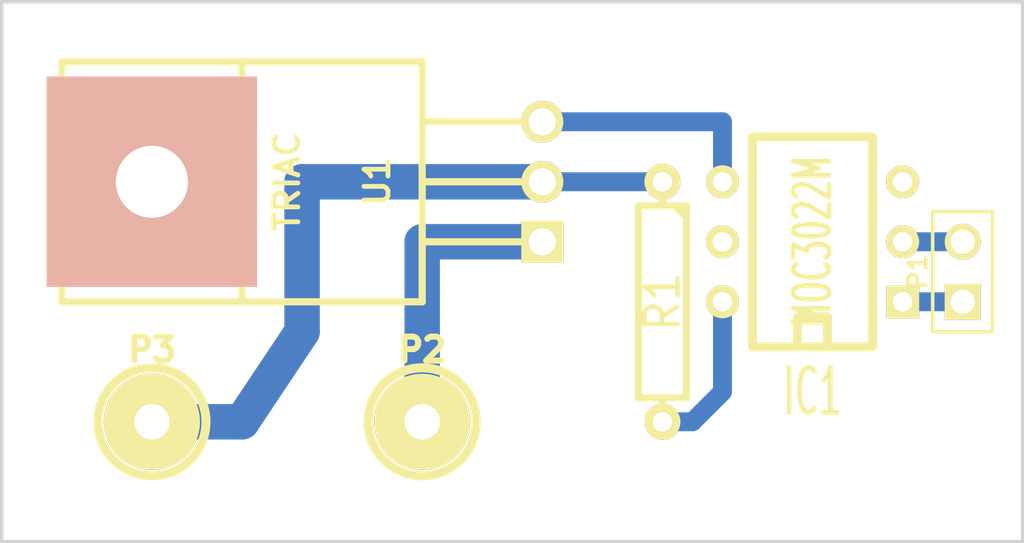
<source format=kicad_pcb>
(kicad_pcb (version 3) (host pcbnew "(2013-mar-13)-testing")

  (general
    (links 7)
    (no_connects 0)
    (area 136.96982 91.364999 180.415001 114.375001)
    (thickness 1.6)
    (drawings 4)
    (tracks 15)
    (zones 0)
    (modules 6)
    (nets 7)
  )

  (page A3)
  (layers
    (15 F.Cu signal)
    (0 B.Cu signal)
    (17 F.Adhes user)
    (19 F.Paste user)
    (21 F.SilkS user)
    (23 F.Mask user)
    (28 Edge.Cuts user)
  )

  (setup
    (last_trace_width 0.254)
    (trace_clearance 0.254)
    (zone_clearance 0.508)
    (zone_45_only no)
    (trace_min 0.254)
    (segment_width 0.2)
    (edge_width 0.15)
    (via_size 0.889)
    (via_drill 0.635)
    (via_min_size 0.889)
    (via_min_drill 0.508)
    (uvia_size 0.508)
    (uvia_drill 0.127)
    (uvias_allowed no)
    (uvia_min_size 0.508)
    (uvia_min_drill 0.127)
    (pcb_text_width 0.3)
    (pcb_text_size 1 1)
    (mod_edge_width 0.15)
    (mod_text_size 1 1)
    (mod_text_width 0.15)
    (pad_size 1.778 1.778)
    (pad_drill 1.143)
    (pad_to_mask_clearance 0)
    (aux_axis_origin 0 0)
    (visible_elements 7FFFFFFF)
    (pcbplotparams
      (layerselection 3178497)
      (usegerberextensions true)
      (excludeedgelayer true)
      (linewidth 0.150000)
      (plotframeref false)
      (viasonmask false)
      (mode 1)
      (useauxorigin false)
      (hpglpennumber 1)
      (hpglpenspeed 20)
      (hpglpendiameter 15)
      (hpglpenoverlay 2)
      (psnegative false)
      (psa4output false)
      (plotreference true)
      (plotvalue true)
      (plotothertext true)
      (plotinvisibletext false)
      (padsonsilk false)
      (subtractmaskfromsilk false)
      (outputformat 1)
      (mirror false)
      (drillshape 1)
      (scaleselection 1)
      (outputdirectory ""))
  )

  (net 0 "")
  (net 1 N-000001)
  (net 2 N-000002)
  (net 3 N-000003)
  (net 4 N-000004)
  (net 5 N-000005)
  (net 6 N-000006)

  (net_class Default "Ceci est la Netclass par défaut"
    (clearance 0.254)
    (trace_width 0.254)
    (via_dia 0.889)
    (via_drill 0.635)
    (uvia_dia 0.508)
    (uvia_drill 0.127)
    (add_net "")
  )

  (net_class 220 ""
    (clearance 0.254)
    (trace_width 1.5)
    (via_dia 0.889)
    (via_drill 0.635)
    (uvia_dia 0.508)
    (uvia_drill 0.127)
    (add_net N-000003)
    (add_net N-000004)
  )

  (net_class cmd ""
    (clearance 0.254)
    (trace_width 0.8)
    (via_dia 0.889)
    (via_drill 0.635)
    (uvia_dia 0.508)
    (uvia_drill 0.127)
    (add_net N-000001)
    (add_net N-000002)
    (add_net N-000005)
    (add_net N-000006)
  )

  (module 1pin   placed (layer F.Cu) (tedit 519946FA) (tstamp 51993F7A)
    (at 154.94 109.22)
    (descr "module 1 pin (ou trou mecanique de percage)")
    (tags DEV)
    (path /51992D72)
    (fp_text reference P2 (at 0 -3.048) (layer F.SilkS)
      (effects (font (size 1.016 1.016) (thickness 0.254)))
    )
    (fp_text value CONN_1 (at 0 2.794) (layer F.SilkS) hide
      (effects (font (size 1.016 1.016) (thickness 0.254)))
    )
    (fp_circle (center 0 0) (end 0 -2.286) (layer F.SilkS) (width 0.381))
    (pad 1 thru_hole circle (at 0 0) (size 4.064 4.064) (drill 1.5)
      (layers *.Cu *.Mask F.SilkS)
      (net 3 N-000003)
    )
  )

  (module R4   placed (layer F.Cu) (tedit 200000) (tstamp 51993F92)
    (at 165.1 104.14 270)
    (descr "Resitance 4 pas")
    (tags R)
    (path /51992C75)
    (autoplace_cost180 10)
    (fp_text reference R1 (at 0 0 270) (layer F.SilkS)
      (effects (font (size 1.397 1.27) (thickness 0.2032)))
    )
    (fp_text value 470 (at 0 0 270) (layer F.SilkS) hide
      (effects (font (size 1.397 1.27) (thickness 0.2032)))
    )
    (fp_line (start -5.08 0) (end -4.064 0) (layer F.SilkS) (width 0.3048))
    (fp_line (start -4.064 0) (end -4.064 -1.016) (layer F.SilkS) (width 0.3048))
    (fp_line (start -4.064 -1.016) (end 4.064 -1.016) (layer F.SilkS) (width 0.3048))
    (fp_line (start 4.064 -1.016) (end 4.064 1.016) (layer F.SilkS) (width 0.3048))
    (fp_line (start 4.064 1.016) (end -4.064 1.016) (layer F.SilkS) (width 0.3048))
    (fp_line (start -4.064 1.016) (end -4.064 0) (layer F.SilkS) (width 0.3048))
    (fp_line (start -4.064 -0.508) (end -3.556 -1.016) (layer F.SilkS) (width 0.3048))
    (fp_line (start 5.08 0) (end 4.064 0) (layer F.SilkS) (width 0.3048))
    (pad 1 thru_hole circle (at -5.08 0 270) (size 1.524 1.524) (drill 0.8128)
      (layers *.Cu *.Mask F.SilkS)
      (net 4 N-000004)
    )
    (pad 2 thru_hole circle (at 5.08 0 270) (size 1.524 1.524) (drill 0.8128)
      (layers *.Cu *.Mask F.SilkS)
      (net 5 N-000005)
    )
    (model discret/resistor.wrl
      (at (xyz 0 0 0))
      (scale (xyz 0.4 0.4 0.4))
      (rotate (xyz 0 0 0))
    )
  )

  (module TO220_123   placed (layer F.Cu) (tedit 51994718) (tstamp 51993FA3)
    (at 160.02 99.06 180)
    (descr "Transistor TO 220")
    (tags "TR TO220 DEV")
    (path /51992C6F)
    (fp_text reference U1 (at 6.985 0 270) (layer F.SilkS)
      (effects (font (size 1.016 1.016) (thickness 0.2032)))
    )
    (fp_text value TRIAC (at 10.795 0 270) (layer F.SilkS)
      (effects (font (size 1.016 1.016) (thickness 0.2032)))
    )
    (fp_line (start 0 -2.54) (end 5.08 -2.54) (layer F.SilkS) (width 0.3048))
    (fp_line (start 0 0) (end 5.08 0) (layer F.SilkS) (width 0.3048))
    (fp_line (start 0 2.54) (end 5.08 2.54) (layer F.SilkS) (width 0.3048))
    (fp_line (start 5.08 5.08) (end 20.32 5.08) (layer F.SilkS) (width 0.3048))
    (fp_line (start 20.32 5.08) (end 20.32 -5.08) (layer F.SilkS) (width 0.3048))
    (fp_line (start 20.32 -5.08) (end 5.08 -5.08) (layer F.SilkS) (width 0.3048))
    (fp_line (start 5.08 -5.08) (end 5.08 5.08) (layer F.SilkS) (width 0.3048))
    (fp_line (start 12.7 3.81) (end 12.7 -5.08) (layer F.SilkS) (width 0.3048))
    (fp_line (start 12.7 3.81) (end 12.7 5.08) (layer F.SilkS) (width 0.3048))
    (pad 1 thru_hole rect (at 0 -2.54 180) (size 1.778 1.778) (drill 1.143)
      (layers *.Cu *.Mask F.SilkS)
      (net 3 N-000003)
    )
    (pad 2 thru_hole circle (at 0 0 180) (size 1.778 1.778) (drill 1.143)
      (layers *.Cu *.Mask F.SilkS)
      (net 4 N-000004)
    )
    (pad 3 thru_hole circle (at 0 2.54 180) (size 1.778 1.778) (drill 1.143)
      (layers *.Cu *.Mask F.SilkS)
      (net 6 N-000006)
    )
    (pad 4 thru_hole rect (at 16.51 0 180) (size 8.89 8.89) (drill 3.048)
      (layers *.Cu *.SilkS *.Mask)
    )
    (model discret/to220_horiz.wrl
      (at (xyz 0 0 0))
      (scale (xyz 1 1 1))
      (rotate (xyz 0 0 0))
    )
  )

  (module DIP-6__300 (layer F.Cu) (tedit 51994213) (tstamp 51994759)
    (at 171.45 101.6 90)
    (descr "6 pins DIL package, round pads")
    (tags DIL)
    (path /51992C78)
    (fp_text reference IC1 (at -6.35 0 180) (layer F.SilkS)
      (effects (font (size 1.905 1.016) (thickness 0.2032)))
    )
    (fp_text value MOC3022M (at 0 0 90) (layer F.SilkS)
      (effects (font (size 1.524 0.889) (thickness 0.2032)))
    )
    (fp_line (start -4.445 -2.54) (end 4.445 -2.54) (layer F.SilkS) (width 0.381))
    (fp_line (start 4.445 -2.54) (end 4.445 2.54) (layer F.SilkS) (width 0.381))
    (fp_line (start 4.445 2.54) (end -4.445 2.54) (layer F.SilkS) (width 0.381))
    (fp_line (start -4.445 2.54) (end -4.445 -2.54) (layer F.SilkS) (width 0.381))
    (fp_line (start -4.445 -0.635) (end -3.175 -0.635) (layer F.SilkS) (width 0.381))
    (fp_line (start -3.175 -0.635) (end -3.175 0.635) (layer F.SilkS) (width 0.381))
    (fp_line (start -3.175 0.635) (end -4.445 0.635) (layer F.SilkS) (width 0.381))
    (pad 1 thru_hole rect (at -2.54 3.81 90) (size 1.397 1.397) (drill 0.8128)
      (layers *.Cu *.Mask F.SilkS)
      (net 2 N-000002)
    )
    (pad 2 thru_hole circle (at 0 3.81 90) (size 1.397 1.397) (drill 0.8128)
      (layers *.Cu *.Mask F.SilkS)
      (net 1 N-000001)
    )
    (pad 3 thru_hole circle (at 2.54 3.81 90) (size 1.397 1.397) (drill 0.8128)
      (layers *.Cu *.Mask F.SilkS)
    )
    (pad 4 thru_hole circle (at 2.54 -3.81 90) (size 1.397 1.397) (drill 0.8128)
      (layers *.Cu *.Mask F.SilkS)
      (net 6 N-000006)
    )
    (pad 5 thru_hole circle (at 0 -3.81 90) (size 1.397 1.397) (drill 0.8128)
      (layers *.Cu *.Mask F.SilkS)
    )
    (pad 6 thru_hole circle (at -2.54 -3.81 90) (size 1.397 1.397) (drill 0.8128)
      (layers *.Cu *.Mask F.SilkS)
      (net 5 N-000005)
    )
    (model dil/dil_6.wrl
      (at (xyz 0 0 0))
      (scale (xyz 1 1 1))
      (rotate (xyz 0 0 0))
    )
  )

  (module PIN_ARRAY_2X1 (layer F.Cu) (tedit 4565C520) (tstamp 5199423F)
    (at 177.8 102.87 90)
    (descr "Connecteurs 2 pins")
    (tags "CONN DEV")
    (path /51992D60)
    (fp_text reference P1 (at 0 -1.905 90) (layer F.SilkS)
      (effects (font (size 0.762 0.762) (thickness 0.1524)))
    )
    (fp_text value CONN_2 (at 0 -1.905 90) (layer F.SilkS) hide
      (effects (font (size 0.762 0.762) (thickness 0.1524)))
    )
    (fp_line (start -2.54 1.27) (end -2.54 -1.27) (layer F.SilkS) (width 0.1524))
    (fp_line (start -2.54 -1.27) (end 2.54 -1.27) (layer F.SilkS) (width 0.1524))
    (fp_line (start 2.54 -1.27) (end 2.54 1.27) (layer F.SilkS) (width 0.1524))
    (fp_line (start 2.54 1.27) (end -2.54 1.27) (layer F.SilkS) (width 0.1524))
    (pad 1 thru_hole rect (at -1.27 0 90) (size 1.524 1.524) (drill 1.016)
      (layers *.Cu *.Mask F.SilkS)
      (net 2 N-000002)
    )
    (pad 2 thru_hole circle (at 1.27 0 90) (size 1.524 1.524) (drill 1.016)
      (layers *.Cu *.Mask F.SilkS)
      (net 1 N-000001)
    )
    (model pin_array/pins_array_2x1.wrl
      (at (xyz 0 0 0))
      (scale (xyz 1 1 1))
      (rotate (xyz 0 0 0))
    )
  )

  (module 1pin (layer F.Cu) (tedit 519946E7) (tstamp 51994245)
    (at 143.51 109.22)
    (descr "module 1 pin (ou trou mecanique de percage)")
    (tags DEV)
    (path /51992D81)
    (fp_text reference P3 (at 0 -3.048) (layer F.SilkS)
      (effects (font (size 1.016 1.016) (thickness 0.254)))
    )
    (fp_text value CONN_1 (at 0 2.794) (layer F.SilkS) hide
      (effects (font (size 1.016 1.016) (thickness 0.254)))
    )
    (fp_circle (center 0 0) (end 0 -2.286) (layer F.SilkS) (width 0.381))
    (pad 1 thru_hole circle (at 0 0) (size 4.064 4.064) (drill 1.5)
      (layers *.Cu *.Mask F.SilkS)
      (net 4 N-000004)
    )
  )

  (gr_line (start 137.16 114.3) (end 137.16 91.44) (angle 90) (layer Edge.Cuts) (width 0.15))
  (gr_line (start 180.34 114.3) (end 137.16 114.3) (angle 90) (layer Edge.Cuts) (width 0.15))
  (gr_line (start 180.34 91.44) (end 180.34 114.3) (angle 90) (layer Edge.Cuts) (width 0.15))
  (gr_line (start 137.16 91.44) (end 180.34 91.44) (angle 90) (layer Edge.Cuts) (width 0.15))

  (segment (start 175.26 101.6) (end 177.8 101.6) (width 0.8) (layer B.Cu) (net 1))
  (segment (start 177.8 104.14) (end 175.26 104.14) (width 0.8) (layer B.Cu) (net 2))
  (segment (start 154.94 101.6) (end 154.94 109.22) (width 1.5) (layer B.Cu) (net 3))
  (segment (start 160.02 101.6) (end 154.94 101.6) (width 1.5) (layer B.Cu) (net 3))
  (segment (start 154.94 101.6) (end 154.94 101.6) (width 1.5) (layer B.Cu) (net 3) (tstamp 519943DF))
  (segment (start 143.51 109.22) (end 147.32 109.22) (width 1.5) (layer B.Cu) (net 4))
  (segment (start 149.86 99.06) (end 160.02 99.06) (width 1.5) (layer B.Cu) (net 4) (tstamp 519945C4))
  (segment (start 149.86 105.41) (end 149.86 99.06) (width 1.5) (layer B.Cu) (net 4) (tstamp 519945C2))
  (segment (start 147.32 109.22) (end 149.86 105.41) (width 1.5) (layer B.Cu) (net 4) (tstamp 519945BE))
  (segment (start 160.02 99.06) (end 165.1 99.06) (width 0.8) (layer B.Cu) (net 4))
  (segment (start 166.37 109.22) (end 165.1 109.22) (width 0.8) (layer B.Cu) (net 5) (tstamp 5199462D))
  (segment (start 167.64 107.95) (end 166.37 109.22) (width 0.8) (layer B.Cu) (net 5) (tstamp 5199462B))
  (segment (start 167.64 104.14) (end 167.64 107.95) (width 0.8) (layer B.Cu) (net 5))
  (segment (start 160.02 96.52) (end 167.64 96.52) (width 0.8) (layer B.Cu) (net 6))
  (segment (start 167.64 96.52) (end 167.64 99.06) (width 0.8) (layer B.Cu) (net 6) (tstamp 519943D0))

)

</source>
